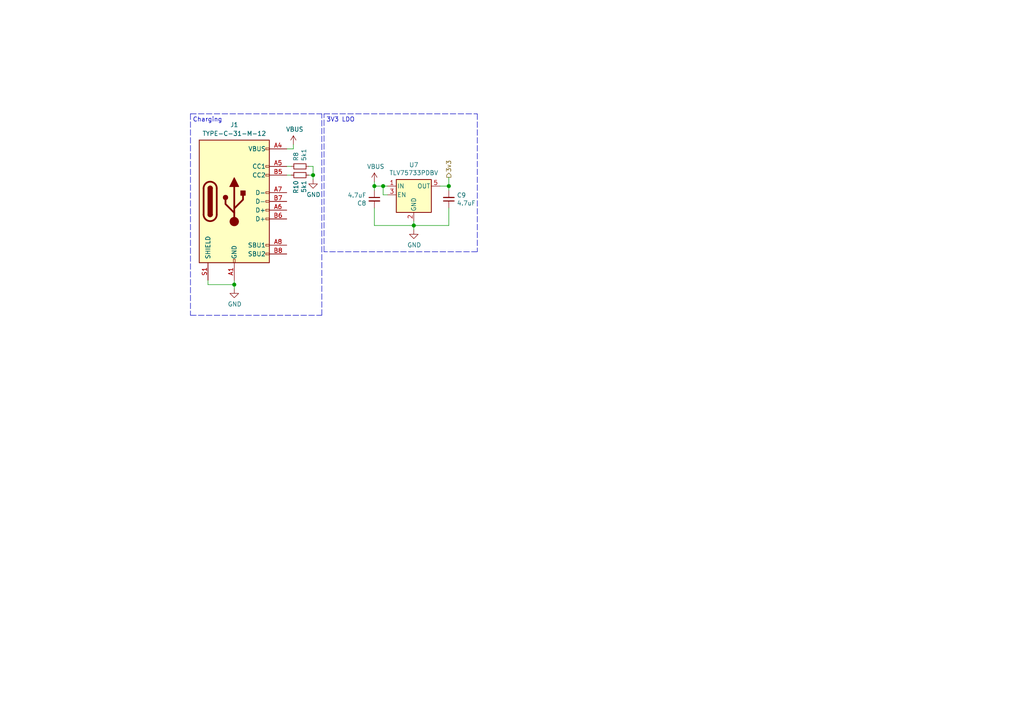
<source format=kicad_sch>
(kicad_sch (version 20210126) (generator eeschema)
  (paper "A4")
  (title_block (title "WiFIR: Battery and power management") (comment 4 "WiFi connected IR blaster / reciever"))
  (lib_symbols
    (symbol "Device:C_Small" (pin_numbers hide) (pin_names (offset 0.254) hide)
      (property "Reference" "C" (at 0.254 1.778 0))
      (property "Value" "C_Small" (at 0.254 -2.032 0))
      (symbol "C_Small_0_1"
        (polyline (pts (xy -1.524 -0.508) (xy 1.524 -0.508)) (stroke (width 0.3302)))
        (polyline (pts (xy -1.524 0.508) (xy 1.524 0.508)) (stroke (width 0.3048)))
      )
      (symbol "C_Small_1_1"
        (pin passive line (at 0 2.54 270) (length 2.032) (name "~") (number "1"))
        (pin passive line (at 0 -2.54 90) (length 2.032) (name "~") (number "2"))
      )
    )
    (symbol "Device:R_Small" (pin_numbers hide) (pin_names (offset 0.254) hide)
      (property "Reference" "R" (at 0.762 0.508 0))
      (property "Value" "R_Small" (at 0.762 -1.016 0))
      (symbol "R_Small_0_1"
        (rectangle (start -0.762 1.778) (end 0.762 -1.778) (stroke (width 0.2032)))
      )
      (symbol "R_Small_1_1"
        (pin passive line (at 0 2.54 270) (length 0.762) (name "~") (number "1"))
        (pin passive line (at 0 -2.54 90) (length 0.762) (name "~") (number "2"))
      )
    )
    (symbol "Regulator_Linear:TLV75733PDBV" (pin_names (offset 0.254))
      (property "Reference" "U" (at -3.81 5.715 0))
      (property "Value" "TLV75733PDBV" (at 0 5.715 0))
      (symbol "TLV75733PDBV_0_1"
        (rectangle (start -5.08 4.445) (end 5.08 -5.08) (stroke (width 0.254)) (fill (type background)))
      )
      (symbol "TLV75733PDBV_1_1"
        (pin power_in line (at -7.62 2.54 0) (length 2.54) (name "IN") (number "1"))
        (pin power_in line (at 0 -7.62 90) (length 2.54) (name "GND") (number "2"))
        (pin input line (at -7.62 0 0) (length 2.54) (name "EN") (number "3"))
        (pin no_connect line (at 5.08 0 180) (length 2.54) hide (name "NC") (number "4"))
        (pin power_out line (at 7.62 2.54 180) (length 2.54) (name "OUT") (number "5"))
      )
    )
    (symbol "pcb-rescue:USB_C_Receptacle_USB2.0-Connector" (pin_names (offset 1.016))
      (property "Reference" "J" (at -10.16 19.05 0))
      (property "Value" "USB_C_Receptacle_USB2.0-Connector" (at 19.05 19.05 0))
      (symbol "USB_C_Receptacle_USB2.0-Connector_0_0"
        (rectangle (start -0.254 -17.78) (end 0.254 -16.764))
        (rectangle (start 10.16 -14.986) (end 9.144 -15.494))
        (rectangle (start 10.16 -12.446) (end 9.144 -12.954))
        (rectangle (start 10.16 -4.826) (end 9.144 -5.334))
        (rectangle (start 10.16 -2.286) (end 9.144 -2.794))
        (rectangle (start 10.16 0.254) (end 9.144 -0.254))
        (rectangle (start 10.16 2.794) (end 9.144 2.286))
        (rectangle (start 10.16 7.874) (end 9.144 7.366))
        (rectangle (start 10.16 10.414) (end 9.144 9.906))
        (rectangle (start 10.16 15.494) (end 9.144 14.986))
      )
      (symbol "USB_C_Receptacle_USB2.0-Connector_0_1"
        (arc (start -8.89 -3.81) (end -5.08 -3.81) (radius (at -6.985 -3.81) (length 1.905) (angles -179.9 -0.1)) (stroke (width 0.508)))
        (arc (start -7.62 -3.81) (end -6.35 -3.81) (radius (at -6.985 -3.81) (length 0.635) (angles -179.9 -0.1)) (stroke (width 0.254)))
        (arc (start -6.35 3.81) (end -7.62 3.81) (radius (at -6.985 3.81) (length 0.635) (angles 0.1 179.9)) (stroke (width 0.254)))
        (arc (start -5.08 3.81) (end -8.89 3.81) (radius (at -6.985 3.81) (length 1.905) (angles 0.1 179.9)) (stroke (width 0.508)))
        (arc (start -7.62 -3.81) (end -6.35 -3.81) (radius (at -6.985 -3.81) (length 0.635) (angles -179.9 -0.1)) (stroke (width 0.254)) (fill (type outline)))
        (arc (start -6.35 3.81) (end -7.62 3.81) (radius (at -6.985 3.81) (length 0.635) (angles 0.1 179.9)) (stroke (width 0.254)) (fill (type outline)))
        (circle (center -2.54 1.143) (radius 0.635) (stroke (width 0.254)) (fill (type outline)))
        (circle (center 0 -5.842) (radius 1.27) (fill (type outline)))
        (rectangle (start -7.62 -3.81) (end -6.35 3.81) (stroke (width 0.254)) (fill (type outline)))
        (rectangle (start 1.905 1.778) (end 3.175 3.048) (stroke (width 0.254)) (fill (type outline)))
        (rectangle (start -10.16 17.78) (end 10.16 -17.78) (stroke (width 0.254)) (fill (type background)))
        (polyline (pts (xy -8.89 -3.81) (xy -8.89 3.81)) (stroke (width 0.508)))
        (polyline (pts (xy -5.08 3.81) (xy -5.08 -3.81)) (stroke (width 0.508)))
        (polyline (pts (xy 0 -5.842) (xy 0 4.318)) (stroke (width 0.508)))
        (polyline (pts (xy 0 -3.302) (xy -2.54 -0.762) (xy -2.54 0.508)) (stroke (width 0.508)))
        (polyline (pts (xy 0 -2.032) (xy 2.54 0.508) (xy 2.54 1.778)) (stroke (width 0.508)))
        (polyline (pts (xy -1.27 4.318) (xy 0 6.858) (xy 1.27 4.318) (xy -1.27 4.318)) (stroke (width 0.254)) (fill (type outline)))
      )
      (symbol "USB_C_Receptacle_USB2.0-Connector_1_1"
        (pin power_in line (at 0 -22.86 90) (length 5.08) (name "GND") (number "A1"))
        (pin passive line (at 0 -22.86 90) (length 5.08) hide (name "GND") (number "A12"))
        (pin power_in line (at 15.24 15.24 180) (length 5.08) (name "VBUS") (number "A4"))
        (pin bidirectional line (at 15.24 10.16 180) (length 5.08) (name "CC1") (number "A5"))
        (pin bidirectional line (at 15.24 -2.54 180) (length 5.08) (name "D+") (number "A6"))
        (pin bidirectional line (at 15.24 2.54 180) (length 5.08) (name "D-") (number "A7"))
        (pin bidirectional line (at 15.24 -12.7 180) (length 5.08) (name "SBU1") (number "A8"))
        (pin passive line (at 15.24 15.24 180) (length 5.08) hide (name "VBUS") (number "A9"))
        (pin passive line (at 0 -22.86 90) (length 5.08) hide (name "GND") (number "B1"))
        (pin passive line (at 0 -22.86 90) (length 5.08) hide (name "GND") (number "B12"))
        (pin passive line (at 15.24 15.24 180) (length 5.08) hide (name "VBUS") (number "B4"))
        (pin bidirectional line (at 15.24 7.62 180) (length 5.08) (name "CC2") (number "B5"))
        (pin bidirectional line (at 15.24 -5.08 180) (length 5.08) (name "D+") (number "B6"))
        (pin bidirectional line (at 15.24 0 180) (length 5.08) (name "D-") (number "B7"))
        (pin bidirectional line (at 15.24 -15.24 180) (length 5.08) (name "SBU2") (number "B8"))
        (pin passive line (at 15.24 15.24 180) (length 5.08) hide (name "VBUS") (number "B9"))
        (pin passive line (at -7.62 -22.86 90) (length 5.08) (name "SHIELD") (number "S1"))
      )
    )
    (symbol "power:GND" (power) (pin_names (offset 0))
      (property "Value" "GND" (at 0 -3.81 0))
      (symbol "GND_0_1"
        (polyline (pts (xy 0 0) (xy 0 -1.27) (xy 1.27 -1.27) (xy 0 -2.54) (xy -1.27 -1.27) (xy 0 -1.27)))
      )
      (symbol "GND_1_1"
        (pin power_in line (at 0 0 270) (length 0) hide (name "GND") (number "1"))
      )
    )
    (symbol "power:VBUS" (power) (pin_names (offset 0))
      (property "Value" "VBUS" (at 0 3.81 0))
      (symbol "VBUS_0_1"
        (polyline (pts (xy -0.762 1.27) (xy 0 2.54)))
        (polyline (pts (xy 0 0) (xy 0 2.54)))
        (polyline (pts (xy 0 2.54) (xy 0.762 1.27)))
      )
      (symbol "VBUS_1_1"
        (pin power_in line (at 0 0 90) (length 0) hide (name "VBUS") (number "1"))
      )
    )
  )
  (junction (at 67.945 82.55) (diameter 1.016))
  (junction (at 90.805 50.8) (diameter 1.016))
  (junction (at 108.585 53.975) (diameter 1.016))
  (junction (at 111.125 53.975) (diameter 1.016))
  (junction (at 120.015 65.405) (diameter 1.016))
  (junction (at 130.175 53.975) (diameter 1.016))
  (wire (pts (xy 60.325 82.55) (xy 60.325 81.28)))
  (wire (pts (xy 67.945 81.28) (xy 67.945 82.55)))
  (wire (pts (xy 67.945 82.55) (xy 60.325 82.55)))
  (wire (pts (xy 67.945 83.82) (xy 67.945 82.55)))
  (wire (pts (xy 83.185 43.18) (xy 85.09 43.18)))
  (wire (pts (xy 83.185 48.26) (xy 84.455 48.26)))
  (wire (pts (xy 83.185 50.8) (xy 84.455 50.8)))
  (wire (pts (xy 85.09 41.91) (xy 85.09 43.18)))
  (wire (pts (xy 90.805 48.26) (xy 89.535 48.26)))
  (wire (pts (xy 90.805 50.8) (xy 89.535 50.8)))
  (wire (pts (xy 90.805 50.8) (xy 90.805 48.26)))
  (wire (pts (xy 90.805 50.8) (xy 90.805 52.07)))
  (wire (pts (xy 108.585 52.705) (xy 108.585 53.975)))
  (wire (pts (xy 108.585 53.975) (xy 111.125 53.975)))
  (wire (pts (xy 108.585 55.245) (xy 108.585 53.975)))
  (wire (pts (xy 108.585 60.325) (xy 108.585 65.405)))
  (wire (pts (xy 108.585 65.405) (xy 120.015 65.405)))
  (wire (pts (xy 111.125 53.975) (xy 112.395 53.975)))
  (wire (pts (xy 111.125 56.515) (xy 111.125 53.975)))
  (wire (pts (xy 112.395 56.515) (xy 111.125 56.515)))
  (wire (pts (xy 120.015 65.405) (xy 120.015 64.135)))
  (wire (pts (xy 120.015 65.405) (xy 130.175 65.405)))
  (wire (pts (xy 120.015 66.675) (xy 120.015 65.405)))
  (wire (pts (xy 130.175 51.435) (xy 130.175 53.975)))
  (wire (pts (xy 130.175 53.975) (xy 127.635 53.975)))
  (wire (pts (xy 130.175 55.245) (xy 130.175 53.975)))
  (wire (pts (xy 130.175 65.405) (xy 130.175 60.325)))
  (polyline (pts (xy 55.245 33.02) (xy 55.245 91.44)) (stroke (width 0) (type dash)))
  (polyline (pts (xy 55.245 33.02) (xy 93.345 33.02)) (stroke (width 0) (type dash)))
  (polyline (pts (xy 55.245 91.44) (xy 93.345 91.44)) (stroke (width 0) (type dash)))
  (polyline (pts (xy 93.345 91.44) (xy 93.345 33.02)) (stroke (width 0) (type dash)))
  (polyline (pts (xy 93.98 33.02) (xy 138.43 33.02)) (stroke (width 0) (type dash)))
  (polyline (pts (xy 93.98 73.025) (xy 93.98 33.02)) (stroke (width 0) (type dash)))
  (polyline (pts (xy 138.43 33.02) (xy 138.43 73.025)) (stroke (width 0) (type dash)))
  (polyline (pts (xy 138.43 73.025) (xy 93.98 73.025)) (stroke (width 0) (type dash)))
  (text "Charging" (at 55.88 35.56 0) (effects (font (size 1.27 1.27)) (justify left bottom)))
  (text "3V3 LDO" (at 94.615 35.56 0) (effects (font (size 1.27 1.27)) (justify left bottom)))
  (hierarchical_label "3v3" (shape output) (at 130.175 51.435 90))
  (symbol (lib_id "power:VBUS") (at 85.09 41.91 0)
    (property "Reference" "#PWR01" (effects hide))
    (property "Value" "VBUS" (at 85.471 37.5158 0))
  )
  (symbol (lib_id "power:VBUS") (at 108.585 52.705 0)
    (property "Reference" "#PWR?" (effects hide))
    (property "Value" "VBUS" (at 108.966 48.3108 0))
  )
  (symbol (lib_id "power:GND") (at 67.945 83.82 0)
    (property "Reference" "#PWR09" (effects hide))
    (property "Value" "GND" (at 68.072 88.2142 0))
  )
  (symbol (lib_id "power:GND") (at 90.805 52.07 0)
    (property "Reference" "#PWR05" (effects hide))
    (property "Value" "GND" (at 90.932 56.4642 0))
  )
  (symbol (lib_id "power:GND") (at 120.015 66.675 0)
    (property "Reference" "#PWR013" (effects hide))
    (property "Value" "GND" (at 120.142 71.0692 0))
  )
  (symbol (lib_id "Device:R_Small") (at 86.995 48.26 90)
    (property "Reference" "R8" (at 85.8266 46.7614 0) (effects (justify left)))
    (property "Value" "5k1" (at 88.138 46.7614 0) (effects (justify left)))
    (property "Footprint" "Resistor_SMD:R_0603_1608Metric_Pad1.05x0.95mm_HandSolder" (effects hide))
  )
  (symbol (lib_id "Device:R_Small") (at 86.995 50.8 270) (mirror x)
    (property "Reference" "R10" (at 85.8266 52.2986 0) (effects (justify right)))
    (property "Value" "5k1" (at 88.138 52.2986 0) (effects (justify right)))
    (property "Footprint" "Resistor_SMD:R_0603_1608Metric_Pad1.05x0.95mm_HandSolder" (effects hide))
  )
  (symbol (lib_id "Device:C_Small") (at 108.585 57.785 0)
    (property "Reference" "C8" (at 106.2736 58.9534 0) (effects (justify right)))
    (property "Value" "4.7uF" (at 106.2736 56.642 0) (effects (justify right)))
    (property "Footprint" "Capacitor_SMD:C_0805_2012Metric_Pad1.15x1.40mm_HandSolder" (effects hide))
  )
  (symbol (lib_id "Device:C_Small") (at 130.175 57.785 180)
    (property "Reference" "C9" (at 132.4864 56.6166 0) (effects (justify right)))
    (property "Value" "4.7uF" (at 132.4864 58.928 0) (effects (justify right)))
    (property "Footprint" "Capacitor_SMD:C_0805_2012Metric_Pad1.15x1.40mm_HandSolder" (effects hide))
  )
  (symbol (lib_id "Regulator_Linear:TLV75733PDBV") (at 120.015 56.515 0)
    (property "Reference" "U7" (at 120.015 47.8282 0))
    (property "Value" "TLV75733PDBV" (at 120.015 50.1396 0))
    (property "Footprint" "Package_TO_SOT_SMD:SOT-23-5" (effects hide))
    (property "Datasheet" "https://www.ti.com/lit/ds/symlink/tlv757p.pdf" (effects hide))
  )
  (symbol (lib_id "pcb-rescue:USB_C_Receptacle_USB2.0-Connector") (at 67.945 58.42 0)
    (property "Reference" "J1" (at 67.945 36.195 0))
    (property "Value" "TYPE-C-31-M-12" (at 67.945 38.735 0))
    (property "Footprint" "Connector_USB:USB_C_Receptacle_HRO_TYPE-C-31-M-12" (effects hide))
    (property "Datasheet" "https://www.usb.org/sites/default/files/documents/usb_type-c.zip" (effects hide))
  )
)
</source>
